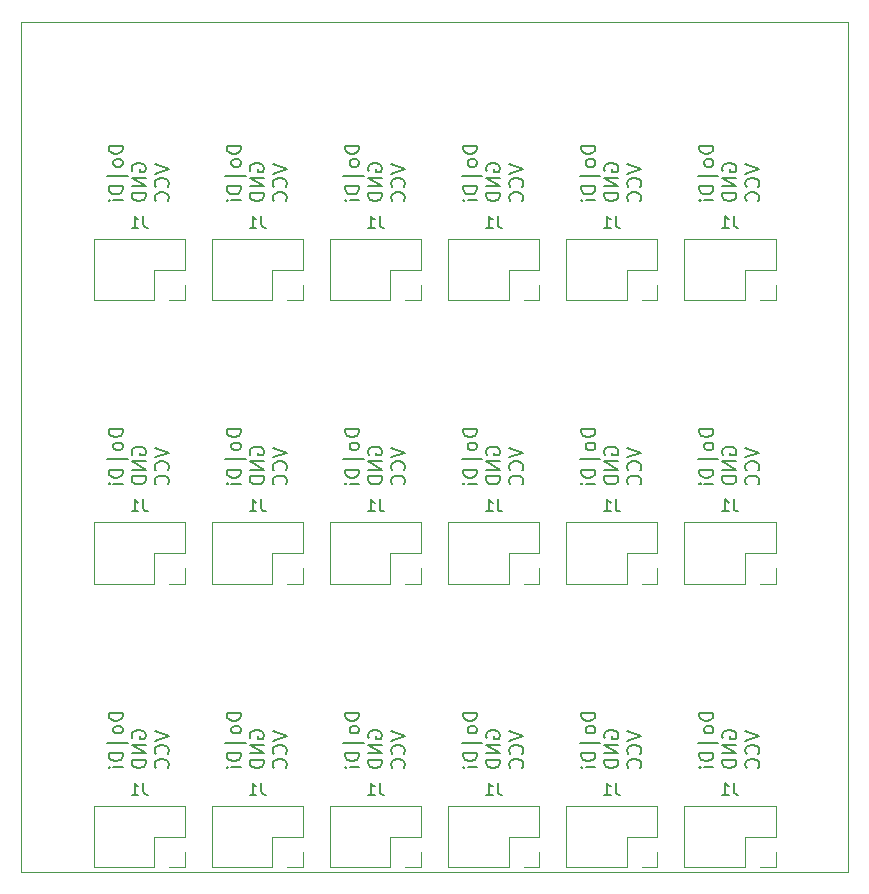
<source format=gbr>
G04 #@! TF.GenerationSoftware,KiCad,Pcbnew,5.1.10-88a1d61d58~90~ubuntu21.04.1*
G04 #@! TF.CreationDate,2021-10-01T11:59:45+02:00*
G04 #@! TF.ProjectId,IndicatorLeds,496e6469-6361-4746-9f72-4c6564732e6b,rev?*
G04 #@! TF.SameCoordinates,Original*
G04 #@! TF.FileFunction,Legend,Bot*
G04 #@! TF.FilePolarity,Positive*
%FSLAX46Y46*%
G04 Gerber Fmt 4.6, Leading zero omitted, Abs format (unit mm)*
G04 Created by KiCad (PCBNEW 5.1.10-88a1d61d58~90~ubuntu21.04.1) date 2021-10-01 11:59:45*
%MOMM*%
%LPD*%
G01*
G04 APERTURE LIST*
G04 #@! TA.AperFunction,Profile*
%ADD10C,0.100000*%
G04 #@! TD*
%ADD11C,0.150000*%
%ADD12C,0.120000*%
G04 APERTURE END LIST*
D10*
X45000000Y-49999000D02*
X110000000Y-49999000D01*
X45000000Y-122001000D02*
X45000000Y-49999000D01*
X115001000Y-122001000D02*
X45000000Y-122001000D01*
X115001000Y-49999000D02*
X115001000Y-122001000D01*
X110000000Y-49999000D02*
X115001000Y-49999000D01*
D11*
X103592883Y-108488225D02*
X102392883Y-108488225D01*
X102392883Y-108773939D01*
X102450026Y-108945368D01*
X102564311Y-109059653D01*
X102678597Y-109116796D01*
X102907168Y-109173939D01*
X103078597Y-109173939D01*
X103307168Y-109116796D01*
X103421454Y-109059653D01*
X103535740Y-108945368D01*
X103592883Y-108773939D01*
X103592883Y-108488225D01*
X103592883Y-109859653D02*
X103535740Y-109745368D01*
X103478597Y-109688225D01*
X103364311Y-109631082D01*
X103021454Y-109631082D01*
X102907168Y-109688225D01*
X102850026Y-109745368D01*
X102792883Y-109859653D01*
X102792883Y-110031082D01*
X102850026Y-110145368D01*
X102907168Y-110202511D01*
X103021454Y-110259653D01*
X103364311Y-110259653D01*
X103478597Y-110202511D01*
X103535740Y-110145368D01*
X103592883Y-110031082D01*
X103592883Y-109859653D01*
X103992883Y-111059653D02*
X102278597Y-111059653D01*
X103592883Y-111916796D02*
X102392883Y-111916796D01*
X102392883Y-112202511D01*
X102450026Y-112373939D01*
X102564311Y-112488225D01*
X102678597Y-112545368D01*
X102907168Y-112602511D01*
X103078597Y-112602511D01*
X103307168Y-112545368D01*
X103421454Y-112488225D01*
X103535740Y-112373939D01*
X103592883Y-112202511D01*
X103592883Y-111916796D01*
X103592883Y-113116796D02*
X102792883Y-113116796D01*
X102392883Y-113116796D02*
X102450026Y-113059653D01*
X102507168Y-113116796D01*
X102450026Y-113173939D01*
X102392883Y-113116796D01*
X102507168Y-113116796D01*
X104400026Y-110659653D02*
X104342883Y-110545368D01*
X104342883Y-110373939D01*
X104400026Y-110202511D01*
X104514311Y-110088225D01*
X104628597Y-110031082D01*
X104857168Y-109973939D01*
X105028597Y-109973939D01*
X105257168Y-110031082D01*
X105371454Y-110088225D01*
X105485740Y-110202511D01*
X105542883Y-110373939D01*
X105542883Y-110488225D01*
X105485740Y-110659653D01*
X105428597Y-110716796D01*
X105028597Y-110716796D01*
X105028597Y-110488225D01*
X105542883Y-111231082D02*
X104342883Y-111231082D01*
X105542883Y-111916796D01*
X104342883Y-111916796D01*
X105542883Y-112488225D02*
X104342883Y-112488225D01*
X104342883Y-112773939D01*
X104400026Y-112945368D01*
X104514311Y-113059653D01*
X104628597Y-113116796D01*
X104857168Y-113173939D01*
X105028597Y-113173939D01*
X105257168Y-113116796D01*
X105371454Y-113059653D01*
X105485740Y-112945368D01*
X105542883Y-112773939D01*
X105542883Y-112488225D01*
X106292883Y-110088225D02*
X107492883Y-110488225D01*
X106292883Y-110888225D01*
X107378597Y-111973939D02*
X107435740Y-111916796D01*
X107492883Y-111745368D01*
X107492883Y-111631082D01*
X107435740Y-111459653D01*
X107321454Y-111345368D01*
X107207168Y-111288225D01*
X106978597Y-111231082D01*
X106807168Y-111231082D01*
X106578597Y-111288225D01*
X106464311Y-111345368D01*
X106350026Y-111459653D01*
X106292883Y-111631082D01*
X106292883Y-111745368D01*
X106350026Y-111916796D01*
X106407168Y-111973939D01*
X107378597Y-113173939D02*
X107435740Y-113116796D01*
X107492883Y-112945368D01*
X107492883Y-112831082D01*
X107435740Y-112659653D01*
X107321454Y-112545368D01*
X107207168Y-112488225D01*
X106978597Y-112431082D01*
X106807168Y-112431082D01*
X106578597Y-112488225D01*
X106464311Y-112545368D01*
X106350026Y-112659653D01*
X106292883Y-112831082D01*
X106292883Y-112945368D01*
X106350026Y-113116796D01*
X106407168Y-113173939D01*
X93592878Y-108488225D02*
X92392878Y-108488225D01*
X92392878Y-108773939D01*
X92450021Y-108945368D01*
X92564306Y-109059653D01*
X92678592Y-109116796D01*
X92907163Y-109173939D01*
X93078592Y-109173939D01*
X93307163Y-109116796D01*
X93421449Y-109059653D01*
X93535735Y-108945368D01*
X93592878Y-108773939D01*
X93592878Y-108488225D01*
X93592878Y-109859653D02*
X93535735Y-109745368D01*
X93478592Y-109688225D01*
X93364306Y-109631082D01*
X93021449Y-109631082D01*
X92907163Y-109688225D01*
X92850021Y-109745368D01*
X92792878Y-109859653D01*
X92792878Y-110031082D01*
X92850021Y-110145368D01*
X92907163Y-110202511D01*
X93021449Y-110259653D01*
X93364306Y-110259653D01*
X93478592Y-110202511D01*
X93535735Y-110145368D01*
X93592878Y-110031082D01*
X93592878Y-109859653D01*
X93992878Y-111059653D02*
X92278592Y-111059653D01*
X93592878Y-111916796D02*
X92392878Y-111916796D01*
X92392878Y-112202511D01*
X92450021Y-112373939D01*
X92564306Y-112488225D01*
X92678592Y-112545368D01*
X92907163Y-112602511D01*
X93078592Y-112602511D01*
X93307163Y-112545368D01*
X93421449Y-112488225D01*
X93535735Y-112373939D01*
X93592878Y-112202511D01*
X93592878Y-111916796D01*
X93592878Y-113116796D02*
X92792878Y-113116796D01*
X92392878Y-113116796D02*
X92450021Y-113059653D01*
X92507163Y-113116796D01*
X92450021Y-113173939D01*
X92392878Y-113116796D01*
X92507163Y-113116796D01*
X94400021Y-110659653D02*
X94342878Y-110545368D01*
X94342878Y-110373939D01*
X94400021Y-110202511D01*
X94514306Y-110088225D01*
X94628592Y-110031082D01*
X94857163Y-109973939D01*
X95028592Y-109973939D01*
X95257163Y-110031082D01*
X95371449Y-110088225D01*
X95485735Y-110202511D01*
X95542878Y-110373939D01*
X95542878Y-110488225D01*
X95485735Y-110659653D01*
X95428592Y-110716796D01*
X95028592Y-110716796D01*
X95028592Y-110488225D01*
X95542878Y-111231082D02*
X94342878Y-111231082D01*
X95542878Y-111916796D01*
X94342878Y-111916796D01*
X95542878Y-112488225D02*
X94342878Y-112488225D01*
X94342878Y-112773939D01*
X94400021Y-112945368D01*
X94514306Y-113059653D01*
X94628592Y-113116796D01*
X94857163Y-113173939D01*
X95028592Y-113173939D01*
X95257163Y-113116796D01*
X95371449Y-113059653D01*
X95485735Y-112945368D01*
X95542878Y-112773939D01*
X95542878Y-112488225D01*
X96292878Y-110088225D02*
X97492878Y-110488225D01*
X96292878Y-110888225D01*
X97378592Y-111973939D02*
X97435735Y-111916796D01*
X97492878Y-111745368D01*
X97492878Y-111631082D01*
X97435735Y-111459653D01*
X97321449Y-111345368D01*
X97207163Y-111288225D01*
X96978592Y-111231082D01*
X96807163Y-111231082D01*
X96578592Y-111288225D01*
X96464306Y-111345368D01*
X96350021Y-111459653D01*
X96292878Y-111631082D01*
X96292878Y-111745368D01*
X96350021Y-111916796D01*
X96407163Y-111973939D01*
X97378592Y-113173939D02*
X97435735Y-113116796D01*
X97492878Y-112945368D01*
X97492878Y-112831082D01*
X97435735Y-112659653D01*
X97321449Y-112545368D01*
X97207163Y-112488225D01*
X96978592Y-112431082D01*
X96807163Y-112431082D01*
X96578592Y-112488225D01*
X96464306Y-112545368D01*
X96350021Y-112659653D01*
X96292878Y-112831082D01*
X96292878Y-112945368D01*
X96350021Y-113116796D01*
X96407163Y-113173939D01*
X83592873Y-108488225D02*
X82392873Y-108488225D01*
X82392873Y-108773939D01*
X82450016Y-108945368D01*
X82564301Y-109059653D01*
X82678587Y-109116796D01*
X82907158Y-109173939D01*
X83078587Y-109173939D01*
X83307158Y-109116796D01*
X83421444Y-109059653D01*
X83535730Y-108945368D01*
X83592873Y-108773939D01*
X83592873Y-108488225D01*
X83592873Y-109859653D02*
X83535730Y-109745368D01*
X83478587Y-109688225D01*
X83364301Y-109631082D01*
X83021444Y-109631082D01*
X82907158Y-109688225D01*
X82850016Y-109745368D01*
X82792873Y-109859653D01*
X82792873Y-110031082D01*
X82850016Y-110145368D01*
X82907158Y-110202511D01*
X83021444Y-110259653D01*
X83364301Y-110259653D01*
X83478587Y-110202511D01*
X83535730Y-110145368D01*
X83592873Y-110031082D01*
X83592873Y-109859653D01*
X83992873Y-111059653D02*
X82278587Y-111059653D01*
X83592873Y-111916796D02*
X82392873Y-111916796D01*
X82392873Y-112202511D01*
X82450016Y-112373939D01*
X82564301Y-112488225D01*
X82678587Y-112545368D01*
X82907158Y-112602511D01*
X83078587Y-112602511D01*
X83307158Y-112545368D01*
X83421444Y-112488225D01*
X83535730Y-112373939D01*
X83592873Y-112202511D01*
X83592873Y-111916796D01*
X83592873Y-113116796D02*
X82792873Y-113116796D01*
X82392873Y-113116796D02*
X82450016Y-113059653D01*
X82507158Y-113116796D01*
X82450016Y-113173939D01*
X82392873Y-113116796D01*
X82507158Y-113116796D01*
X84400016Y-110659653D02*
X84342873Y-110545368D01*
X84342873Y-110373939D01*
X84400016Y-110202511D01*
X84514301Y-110088225D01*
X84628587Y-110031082D01*
X84857158Y-109973939D01*
X85028587Y-109973939D01*
X85257158Y-110031082D01*
X85371444Y-110088225D01*
X85485730Y-110202511D01*
X85542873Y-110373939D01*
X85542873Y-110488225D01*
X85485730Y-110659653D01*
X85428587Y-110716796D01*
X85028587Y-110716796D01*
X85028587Y-110488225D01*
X85542873Y-111231082D02*
X84342873Y-111231082D01*
X85542873Y-111916796D01*
X84342873Y-111916796D01*
X85542873Y-112488225D02*
X84342873Y-112488225D01*
X84342873Y-112773939D01*
X84400016Y-112945368D01*
X84514301Y-113059653D01*
X84628587Y-113116796D01*
X84857158Y-113173939D01*
X85028587Y-113173939D01*
X85257158Y-113116796D01*
X85371444Y-113059653D01*
X85485730Y-112945368D01*
X85542873Y-112773939D01*
X85542873Y-112488225D01*
X86292873Y-110088225D02*
X87492873Y-110488225D01*
X86292873Y-110888225D01*
X87378587Y-111973939D02*
X87435730Y-111916796D01*
X87492873Y-111745368D01*
X87492873Y-111631082D01*
X87435730Y-111459653D01*
X87321444Y-111345368D01*
X87207158Y-111288225D01*
X86978587Y-111231082D01*
X86807158Y-111231082D01*
X86578587Y-111288225D01*
X86464301Y-111345368D01*
X86350016Y-111459653D01*
X86292873Y-111631082D01*
X86292873Y-111745368D01*
X86350016Y-111916796D01*
X86407158Y-111973939D01*
X87378587Y-113173939D02*
X87435730Y-113116796D01*
X87492873Y-112945368D01*
X87492873Y-112831082D01*
X87435730Y-112659653D01*
X87321444Y-112545368D01*
X87207158Y-112488225D01*
X86978587Y-112431082D01*
X86807158Y-112431082D01*
X86578587Y-112488225D01*
X86464301Y-112545368D01*
X86350016Y-112659653D01*
X86292873Y-112831082D01*
X86292873Y-112945368D01*
X86350016Y-113116796D01*
X86407158Y-113173939D01*
X73592868Y-108488225D02*
X72392868Y-108488225D01*
X72392868Y-108773939D01*
X72450011Y-108945368D01*
X72564296Y-109059653D01*
X72678582Y-109116796D01*
X72907153Y-109173939D01*
X73078582Y-109173939D01*
X73307153Y-109116796D01*
X73421439Y-109059653D01*
X73535725Y-108945368D01*
X73592868Y-108773939D01*
X73592868Y-108488225D01*
X73592868Y-109859653D02*
X73535725Y-109745368D01*
X73478582Y-109688225D01*
X73364296Y-109631082D01*
X73021439Y-109631082D01*
X72907153Y-109688225D01*
X72850011Y-109745368D01*
X72792868Y-109859653D01*
X72792868Y-110031082D01*
X72850011Y-110145368D01*
X72907153Y-110202511D01*
X73021439Y-110259653D01*
X73364296Y-110259653D01*
X73478582Y-110202511D01*
X73535725Y-110145368D01*
X73592868Y-110031082D01*
X73592868Y-109859653D01*
X73992868Y-111059653D02*
X72278582Y-111059653D01*
X73592868Y-111916796D02*
X72392868Y-111916796D01*
X72392868Y-112202511D01*
X72450011Y-112373939D01*
X72564296Y-112488225D01*
X72678582Y-112545368D01*
X72907153Y-112602511D01*
X73078582Y-112602511D01*
X73307153Y-112545368D01*
X73421439Y-112488225D01*
X73535725Y-112373939D01*
X73592868Y-112202511D01*
X73592868Y-111916796D01*
X73592868Y-113116796D02*
X72792868Y-113116796D01*
X72392868Y-113116796D02*
X72450011Y-113059653D01*
X72507153Y-113116796D01*
X72450011Y-113173939D01*
X72392868Y-113116796D01*
X72507153Y-113116796D01*
X74400011Y-110659653D02*
X74342868Y-110545368D01*
X74342868Y-110373939D01*
X74400011Y-110202511D01*
X74514296Y-110088225D01*
X74628582Y-110031082D01*
X74857153Y-109973939D01*
X75028582Y-109973939D01*
X75257153Y-110031082D01*
X75371439Y-110088225D01*
X75485725Y-110202511D01*
X75542868Y-110373939D01*
X75542868Y-110488225D01*
X75485725Y-110659653D01*
X75428582Y-110716796D01*
X75028582Y-110716796D01*
X75028582Y-110488225D01*
X75542868Y-111231082D02*
X74342868Y-111231082D01*
X75542868Y-111916796D01*
X74342868Y-111916796D01*
X75542868Y-112488225D02*
X74342868Y-112488225D01*
X74342868Y-112773939D01*
X74400011Y-112945368D01*
X74514296Y-113059653D01*
X74628582Y-113116796D01*
X74857153Y-113173939D01*
X75028582Y-113173939D01*
X75257153Y-113116796D01*
X75371439Y-113059653D01*
X75485725Y-112945368D01*
X75542868Y-112773939D01*
X75542868Y-112488225D01*
X76292868Y-110088225D02*
X77492868Y-110488225D01*
X76292868Y-110888225D01*
X77378582Y-111973939D02*
X77435725Y-111916796D01*
X77492868Y-111745368D01*
X77492868Y-111631082D01*
X77435725Y-111459653D01*
X77321439Y-111345368D01*
X77207153Y-111288225D01*
X76978582Y-111231082D01*
X76807153Y-111231082D01*
X76578582Y-111288225D01*
X76464296Y-111345368D01*
X76350011Y-111459653D01*
X76292868Y-111631082D01*
X76292868Y-111745368D01*
X76350011Y-111916796D01*
X76407153Y-111973939D01*
X77378582Y-113173939D02*
X77435725Y-113116796D01*
X77492868Y-112945368D01*
X77492868Y-112831082D01*
X77435725Y-112659653D01*
X77321439Y-112545368D01*
X77207153Y-112488225D01*
X76978582Y-112431082D01*
X76807153Y-112431082D01*
X76578582Y-112488225D01*
X76464296Y-112545368D01*
X76350011Y-112659653D01*
X76292868Y-112831082D01*
X76292868Y-112945368D01*
X76350011Y-113116796D01*
X76407153Y-113173939D01*
X63592863Y-108488225D02*
X62392863Y-108488225D01*
X62392863Y-108773939D01*
X62450006Y-108945368D01*
X62564291Y-109059653D01*
X62678577Y-109116796D01*
X62907148Y-109173939D01*
X63078577Y-109173939D01*
X63307148Y-109116796D01*
X63421434Y-109059653D01*
X63535720Y-108945368D01*
X63592863Y-108773939D01*
X63592863Y-108488225D01*
X63592863Y-109859653D02*
X63535720Y-109745368D01*
X63478577Y-109688225D01*
X63364291Y-109631082D01*
X63021434Y-109631082D01*
X62907148Y-109688225D01*
X62850006Y-109745368D01*
X62792863Y-109859653D01*
X62792863Y-110031082D01*
X62850006Y-110145368D01*
X62907148Y-110202511D01*
X63021434Y-110259653D01*
X63364291Y-110259653D01*
X63478577Y-110202511D01*
X63535720Y-110145368D01*
X63592863Y-110031082D01*
X63592863Y-109859653D01*
X63992863Y-111059653D02*
X62278577Y-111059653D01*
X63592863Y-111916796D02*
X62392863Y-111916796D01*
X62392863Y-112202511D01*
X62450006Y-112373939D01*
X62564291Y-112488225D01*
X62678577Y-112545368D01*
X62907148Y-112602511D01*
X63078577Y-112602511D01*
X63307148Y-112545368D01*
X63421434Y-112488225D01*
X63535720Y-112373939D01*
X63592863Y-112202511D01*
X63592863Y-111916796D01*
X63592863Y-113116796D02*
X62792863Y-113116796D01*
X62392863Y-113116796D02*
X62450006Y-113059653D01*
X62507148Y-113116796D01*
X62450006Y-113173939D01*
X62392863Y-113116796D01*
X62507148Y-113116796D01*
X64400006Y-110659653D02*
X64342863Y-110545368D01*
X64342863Y-110373939D01*
X64400006Y-110202511D01*
X64514291Y-110088225D01*
X64628577Y-110031082D01*
X64857148Y-109973939D01*
X65028577Y-109973939D01*
X65257148Y-110031082D01*
X65371434Y-110088225D01*
X65485720Y-110202511D01*
X65542863Y-110373939D01*
X65542863Y-110488225D01*
X65485720Y-110659653D01*
X65428577Y-110716796D01*
X65028577Y-110716796D01*
X65028577Y-110488225D01*
X65542863Y-111231082D02*
X64342863Y-111231082D01*
X65542863Y-111916796D01*
X64342863Y-111916796D01*
X65542863Y-112488225D02*
X64342863Y-112488225D01*
X64342863Y-112773939D01*
X64400006Y-112945368D01*
X64514291Y-113059653D01*
X64628577Y-113116796D01*
X64857148Y-113173939D01*
X65028577Y-113173939D01*
X65257148Y-113116796D01*
X65371434Y-113059653D01*
X65485720Y-112945368D01*
X65542863Y-112773939D01*
X65542863Y-112488225D01*
X66292863Y-110088225D02*
X67492863Y-110488225D01*
X66292863Y-110888225D01*
X67378577Y-111973939D02*
X67435720Y-111916796D01*
X67492863Y-111745368D01*
X67492863Y-111631082D01*
X67435720Y-111459653D01*
X67321434Y-111345368D01*
X67207148Y-111288225D01*
X66978577Y-111231082D01*
X66807148Y-111231082D01*
X66578577Y-111288225D01*
X66464291Y-111345368D01*
X66350006Y-111459653D01*
X66292863Y-111631082D01*
X66292863Y-111745368D01*
X66350006Y-111916796D01*
X66407148Y-111973939D01*
X67378577Y-113173939D02*
X67435720Y-113116796D01*
X67492863Y-112945368D01*
X67492863Y-112831082D01*
X67435720Y-112659653D01*
X67321434Y-112545368D01*
X67207148Y-112488225D01*
X66978577Y-112431082D01*
X66807148Y-112431082D01*
X66578577Y-112488225D01*
X66464291Y-112545368D01*
X66350006Y-112659653D01*
X66292863Y-112831082D01*
X66292863Y-112945368D01*
X66350006Y-113116796D01*
X66407148Y-113173939D01*
X53592858Y-108488225D02*
X52392858Y-108488225D01*
X52392858Y-108773939D01*
X52450001Y-108945368D01*
X52564286Y-109059653D01*
X52678572Y-109116796D01*
X52907143Y-109173939D01*
X53078572Y-109173939D01*
X53307143Y-109116796D01*
X53421429Y-109059653D01*
X53535715Y-108945368D01*
X53592858Y-108773939D01*
X53592858Y-108488225D01*
X53592858Y-109859653D02*
X53535715Y-109745368D01*
X53478572Y-109688225D01*
X53364286Y-109631082D01*
X53021429Y-109631082D01*
X52907143Y-109688225D01*
X52850001Y-109745368D01*
X52792858Y-109859653D01*
X52792858Y-110031082D01*
X52850001Y-110145368D01*
X52907143Y-110202511D01*
X53021429Y-110259653D01*
X53364286Y-110259653D01*
X53478572Y-110202511D01*
X53535715Y-110145368D01*
X53592858Y-110031082D01*
X53592858Y-109859653D01*
X53992858Y-111059653D02*
X52278572Y-111059653D01*
X53592858Y-111916796D02*
X52392858Y-111916796D01*
X52392858Y-112202511D01*
X52450001Y-112373939D01*
X52564286Y-112488225D01*
X52678572Y-112545368D01*
X52907143Y-112602511D01*
X53078572Y-112602511D01*
X53307143Y-112545368D01*
X53421429Y-112488225D01*
X53535715Y-112373939D01*
X53592858Y-112202511D01*
X53592858Y-111916796D01*
X53592858Y-113116796D02*
X52792858Y-113116796D01*
X52392858Y-113116796D02*
X52450001Y-113059653D01*
X52507143Y-113116796D01*
X52450001Y-113173939D01*
X52392858Y-113116796D01*
X52507143Y-113116796D01*
X54400001Y-110659653D02*
X54342858Y-110545368D01*
X54342858Y-110373939D01*
X54400001Y-110202511D01*
X54514286Y-110088225D01*
X54628572Y-110031082D01*
X54857143Y-109973939D01*
X55028572Y-109973939D01*
X55257143Y-110031082D01*
X55371429Y-110088225D01*
X55485715Y-110202511D01*
X55542858Y-110373939D01*
X55542858Y-110488225D01*
X55485715Y-110659653D01*
X55428572Y-110716796D01*
X55028572Y-110716796D01*
X55028572Y-110488225D01*
X55542858Y-111231082D02*
X54342858Y-111231082D01*
X55542858Y-111916796D01*
X54342858Y-111916796D01*
X55542858Y-112488225D02*
X54342858Y-112488225D01*
X54342858Y-112773939D01*
X54400001Y-112945368D01*
X54514286Y-113059653D01*
X54628572Y-113116796D01*
X54857143Y-113173939D01*
X55028572Y-113173939D01*
X55257143Y-113116796D01*
X55371429Y-113059653D01*
X55485715Y-112945368D01*
X55542858Y-112773939D01*
X55542858Y-112488225D01*
X56292858Y-110088225D02*
X57492858Y-110488225D01*
X56292858Y-110888225D01*
X57378572Y-111973939D02*
X57435715Y-111916796D01*
X57492858Y-111745368D01*
X57492858Y-111631082D01*
X57435715Y-111459653D01*
X57321429Y-111345368D01*
X57207143Y-111288225D01*
X56978572Y-111231082D01*
X56807143Y-111231082D01*
X56578572Y-111288225D01*
X56464286Y-111345368D01*
X56350001Y-111459653D01*
X56292858Y-111631082D01*
X56292858Y-111745368D01*
X56350001Y-111916796D01*
X56407143Y-111973939D01*
X57378572Y-113173939D02*
X57435715Y-113116796D01*
X57492858Y-112945368D01*
X57492858Y-112831082D01*
X57435715Y-112659653D01*
X57321429Y-112545368D01*
X57207143Y-112488225D01*
X56978572Y-112431082D01*
X56807143Y-112431082D01*
X56578572Y-112488225D01*
X56464286Y-112545368D01*
X56350001Y-112659653D01*
X56292858Y-112831082D01*
X56292858Y-112945368D01*
X56350001Y-113116796D01*
X56407143Y-113173939D01*
X103592883Y-84488220D02*
X102392883Y-84488220D01*
X102392883Y-84773934D01*
X102450026Y-84945363D01*
X102564311Y-85059648D01*
X102678597Y-85116791D01*
X102907168Y-85173934D01*
X103078597Y-85173934D01*
X103307168Y-85116791D01*
X103421454Y-85059648D01*
X103535740Y-84945363D01*
X103592883Y-84773934D01*
X103592883Y-84488220D01*
X103592883Y-85859648D02*
X103535740Y-85745363D01*
X103478597Y-85688220D01*
X103364311Y-85631077D01*
X103021454Y-85631077D01*
X102907168Y-85688220D01*
X102850026Y-85745363D01*
X102792883Y-85859648D01*
X102792883Y-86031077D01*
X102850026Y-86145363D01*
X102907168Y-86202506D01*
X103021454Y-86259648D01*
X103364311Y-86259648D01*
X103478597Y-86202506D01*
X103535740Y-86145363D01*
X103592883Y-86031077D01*
X103592883Y-85859648D01*
X103992883Y-87059648D02*
X102278597Y-87059648D01*
X103592883Y-87916791D02*
X102392883Y-87916791D01*
X102392883Y-88202506D01*
X102450026Y-88373934D01*
X102564311Y-88488220D01*
X102678597Y-88545363D01*
X102907168Y-88602506D01*
X103078597Y-88602506D01*
X103307168Y-88545363D01*
X103421454Y-88488220D01*
X103535740Y-88373934D01*
X103592883Y-88202506D01*
X103592883Y-87916791D01*
X103592883Y-89116791D02*
X102792883Y-89116791D01*
X102392883Y-89116791D02*
X102450026Y-89059648D01*
X102507168Y-89116791D01*
X102450026Y-89173934D01*
X102392883Y-89116791D01*
X102507168Y-89116791D01*
X104400026Y-86659648D02*
X104342883Y-86545363D01*
X104342883Y-86373934D01*
X104400026Y-86202506D01*
X104514311Y-86088220D01*
X104628597Y-86031077D01*
X104857168Y-85973934D01*
X105028597Y-85973934D01*
X105257168Y-86031077D01*
X105371454Y-86088220D01*
X105485740Y-86202506D01*
X105542883Y-86373934D01*
X105542883Y-86488220D01*
X105485740Y-86659648D01*
X105428597Y-86716791D01*
X105028597Y-86716791D01*
X105028597Y-86488220D01*
X105542883Y-87231077D02*
X104342883Y-87231077D01*
X105542883Y-87916791D01*
X104342883Y-87916791D01*
X105542883Y-88488220D02*
X104342883Y-88488220D01*
X104342883Y-88773934D01*
X104400026Y-88945363D01*
X104514311Y-89059648D01*
X104628597Y-89116791D01*
X104857168Y-89173934D01*
X105028597Y-89173934D01*
X105257168Y-89116791D01*
X105371454Y-89059648D01*
X105485740Y-88945363D01*
X105542883Y-88773934D01*
X105542883Y-88488220D01*
X106292883Y-86088220D02*
X107492883Y-86488220D01*
X106292883Y-86888220D01*
X107378597Y-87973934D02*
X107435740Y-87916791D01*
X107492883Y-87745363D01*
X107492883Y-87631077D01*
X107435740Y-87459648D01*
X107321454Y-87345363D01*
X107207168Y-87288220D01*
X106978597Y-87231077D01*
X106807168Y-87231077D01*
X106578597Y-87288220D01*
X106464311Y-87345363D01*
X106350026Y-87459648D01*
X106292883Y-87631077D01*
X106292883Y-87745363D01*
X106350026Y-87916791D01*
X106407168Y-87973934D01*
X107378597Y-89173934D02*
X107435740Y-89116791D01*
X107492883Y-88945363D01*
X107492883Y-88831077D01*
X107435740Y-88659648D01*
X107321454Y-88545363D01*
X107207168Y-88488220D01*
X106978597Y-88431077D01*
X106807168Y-88431077D01*
X106578597Y-88488220D01*
X106464311Y-88545363D01*
X106350026Y-88659648D01*
X106292883Y-88831077D01*
X106292883Y-88945363D01*
X106350026Y-89116791D01*
X106407168Y-89173934D01*
X93592878Y-84488220D02*
X92392878Y-84488220D01*
X92392878Y-84773934D01*
X92450021Y-84945363D01*
X92564306Y-85059648D01*
X92678592Y-85116791D01*
X92907163Y-85173934D01*
X93078592Y-85173934D01*
X93307163Y-85116791D01*
X93421449Y-85059648D01*
X93535735Y-84945363D01*
X93592878Y-84773934D01*
X93592878Y-84488220D01*
X93592878Y-85859648D02*
X93535735Y-85745363D01*
X93478592Y-85688220D01*
X93364306Y-85631077D01*
X93021449Y-85631077D01*
X92907163Y-85688220D01*
X92850021Y-85745363D01*
X92792878Y-85859648D01*
X92792878Y-86031077D01*
X92850021Y-86145363D01*
X92907163Y-86202506D01*
X93021449Y-86259648D01*
X93364306Y-86259648D01*
X93478592Y-86202506D01*
X93535735Y-86145363D01*
X93592878Y-86031077D01*
X93592878Y-85859648D01*
X93992878Y-87059648D02*
X92278592Y-87059648D01*
X93592878Y-87916791D02*
X92392878Y-87916791D01*
X92392878Y-88202506D01*
X92450021Y-88373934D01*
X92564306Y-88488220D01*
X92678592Y-88545363D01*
X92907163Y-88602506D01*
X93078592Y-88602506D01*
X93307163Y-88545363D01*
X93421449Y-88488220D01*
X93535735Y-88373934D01*
X93592878Y-88202506D01*
X93592878Y-87916791D01*
X93592878Y-89116791D02*
X92792878Y-89116791D01*
X92392878Y-89116791D02*
X92450021Y-89059648D01*
X92507163Y-89116791D01*
X92450021Y-89173934D01*
X92392878Y-89116791D01*
X92507163Y-89116791D01*
X94400021Y-86659648D02*
X94342878Y-86545363D01*
X94342878Y-86373934D01*
X94400021Y-86202506D01*
X94514306Y-86088220D01*
X94628592Y-86031077D01*
X94857163Y-85973934D01*
X95028592Y-85973934D01*
X95257163Y-86031077D01*
X95371449Y-86088220D01*
X95485735Y-86202506D01*
X95542878Y-86373934D01*
X95542878Y-86488220D01*
X95485735Y-86659648D01*
X95428592Y-86716791D01*
X95028592Y-86716791D01*
X95028592Y-86488220D01*
X95542878Y-87231077D02*
X94342878Y-87231077D01*
X95542878Y-87916791D01*
X94342878Y-87916791D01*
X95542878Y-88488220D02*
X94342878Y-88488220D01*
X94342878Y-88773934D01*
X94400021Y-88945363D01*
X94514306Y-89059648D01*
X94628592Y-89116791D01*
X94857163Y-89173934D01*
X95028592Y-89173934D01*
X95257163Y-89116791D01*
X95371449Y-89059648D01*
X95485735Y-88945363D01*
X95542878Y-88773934D01*
X95542878Y-88488220D01*
X96292878Y-86088220D02*
X97492878Y-86488220D01*
X96292878Y-86888220D01*
X97378592Y-87973934D02*
X97435735Y-87916791D01*
X97492878Y-87745363D01*
X97492878Y-87631077D01*
X97435735Y-87459648D01*
X97321449Y-87345363D01*
X97207163Y-87288220D01*
X96978592Y-87231077D01*
X96807163Y-87231077D01*
X96578592Y-87288220D01*
X96464306Y-87345363D01*
X96350021Y-87459648D01*
X96292878Y-87631077D01*
X96292878Y-87745363D01*
X96350021Y-87916791D01*
X96407163Y-87973934D01*
X97378592Y-89173934D02*
X97435735Y-89116791D01*
X97492878Y-88945363D01*
X97492878Y-88831077D01*
X97435735Y-88659648D01*
X97321449Y-88545363D01*
X97207163Y-88488220D01*
X96978592Y-88431077D01*
X96807163Y-88431077D01*
X96578592Y-88488220D01*
X96464306Y-88545363D01*
X96350021Y-88659648D01*
X96292878Y-88831077D01*
X96292878Y-88945363D01*
X96350021Y-89116791D01*
X96407163Y-89173934D01*
X83592873Y-84488220D02*
X82392873Y-84488220D01*
X82392873Y-84773934D01*
X82450016Y-84945363D01*
X82564301Y-85059648D01*
X82678587Y-85116791D01*
X82907158Y-85173934D01*
X83078587Y-85173934D01*
X83307158Y-85116791D01*
X83421444Y-85059648D01*
X83535730Y-84945363D01*
X83592873Y-84773934D01*
X83592873Y-84488220D01*
X83592873Y-85859648D02*
X83535730Y-85745363D01*
X83478587Y-85688220D01*
X83364301Y-85631077D01*
X83021444Y-85631077D01*
X82907158Y-85688220D01*
X82850016Y-85745363D01*
X82792873Y-85859648D01*
X82792873Y-86031077D01*
X82850016Y-86145363D01*
X82907158Y-86202506D01*
X83021444Y-86259648D01*
X83364301Y-86259648D01*
X83478587Y-86202506D01*
X83535730Y-86145363D01*
X83592873Y-86031077D01*
X83592873Y-85859648D01*
X83992873Y-87059648D02*
X82278587Y-87059648D01*
X83592873Y-87916791D02*
X82392873Y-87916791D01*
X82392873Y-88202506D01*
X82450016Y-88373934D01*
X82564301Y-88488220D01*
X82678587Y-88545363D01*
X82907158Y-88602506D01*
X83078587Y-88602506D01*
X83307158Y-88545363D01*
X83421444Y-88488220D01*
X83535730Y-88373934D01*
X83592873Y-88202506D01*
X83592873Y-87916791D01*
X83592873Y-89116791D02*
X82792873Y-89116791D01*
X82392873Y-89116791D02*
X82450016Y-89059648D01*
X82507158Y-89116791D01*
X82450016Y-89173934D01*
X82392873Y-89116791D01*
X82507158Y-89116791D01*
X84400016Y-86659648D02*
X84342873Y-86545363D01*
X84342873Y-86373934D01*
X84400016Y-86202506D01*
X84514301Y-86088220D01*
X84628587Y-86031077D01*
X84857158Y-85973934D01*
X85028587Y-85973934D01*
X85257158Y-86031077D01*
X85371444Y-86088220D01*
X85485730Y-86202506D01*
X85542873Y-86373934D01*
X85542873Y-86488220D01*
X85485730Y-86659648D01*
X85428587Y-86716791D01*
X85028587Y-86716791D01*
X85028587Y-86488220D01*
X85542873Y-87231077D02*
X84342873Y-87231077D01*
X85542873Y-87916791D01*
X84342873Y-87916791D01*
X85542873Y-88488220D02*
X84342873Y-88488220D01*
X84342873Y-88773934D01*
X84400016Y-88945363D01*
X84514301Y-89059648D01*
X84628587Y-89116791D01*
X84857158Y-89173934D01*
X85028587Y-89173934D01*
X85257158Y-89116791D01*
X85371444Y-89059648D01*
X85485730Y-88945363D01*
X85542873Y-88773934D01*
X85542873Y-88488220D01*
X86292873Y-86088220D02*
X87492873Y-86488220D01*
X86292873Y-86888220D01*
X87378587Y-87973934D02*
X87435730Y-87916791D01*
X87492873Y-87745363D01*
X87492873Y-87631077D01*
X87435730Y-87459648D01*
X87321444Y-87345363D01*
X87207158Y-87288220D01*
X86978587Y-87231077D01*
X86807158Y-87231077D01*
X86578587Y-87288220D01*
X86464301Y-87345363D01*
X86350016Y-87459648D01*
X86292873Y-87631077D01*
X86292873Y-87745363D01*
X86350016Y-87916791D01*
X86407158Y-87973934D01*
X87378587Y-89173934D02*
X87435730Y-89116791D01*
X87492873Y-88945363D01*
X87492873Y-88831077D01*
X87435730Y-88659648D01*
X87321444Y-88545363D01*
X87207158Y-88488220D01*
X86978587Y-88431077D01*
X86807158Y-88431077D01*
X86578587Y-88488220D01*
X86464301Y-88545363D01*
X86350016Y-88659648D01*
X86292873Y-88831077D01*
X86292873Y-88945363D01*
X86350016Y-89116791D01*
X86407158Y-89173934D01*
X73592868Y-84488220D02*
X72392868Y-84488220D01*
X72392868Y-84773934D01*
X72450011Y-84945363D01*
X72564296Y-85059648D01*
X72678582Y-85116791D01*
X72907153Y-85173934D01*
X73078582Y-85173934D01*
X73307153Y-85116791D01*
X73421439Y-85059648D01*
X73535725Y-84945363D01*
X73592868Y-84773934D01*
X73592868Y-84488220D01*
X73592868Y-85859648D02*
X73535725Y-85745363D01*
X73478582Y-85688220D01*
X73364296Y-85631077D01*
X73021439Y-85631077D01*
X72907153Y-85688220D01*
X72850011Y-85745363D01*
X72792868Y-85859648D01*
X72792868Y-86031077D01*
X72850011Y-86145363D01*
X72907153Y-86202506D01*
X73021439Y-86259648D01*
X73364296Y-86259648D01*
X73478582Y-86202506D01*
X73535725Y-86145363D01*
X73592868Y-86031077D01*
X73592868Y-85859648D01*
X73992868Y-87059648D02*
X72278582Y-87059648D01*
X73592868Y-87916791D02*
X72392868Y-87916791D01*
X72392868Y-88202506D01*
X72450011Y-88373934D01*
X72564296Y-88488220D01*
X72678582Y-88545363D01*
X72907153Y-88602506D01*
X73078582Y-88602506D01*
X73307153Y-88545363D01*
X73421439Y-88488220D01*
X73535725Y-88373934D01*
X73592868Y-88202506D01*
X73592868Y-87916791D01*
X73592868Y-89116791D02*
X72792868Y-89116791D01*
X72392868Y-89116791D02*
X72450011Y-89059648D01*
X72507153Y-89116791D01*
X72450011Y-89173934D01*
X72392868Y-89116791D01*
X72507153Y-89116791D01*
X74400011Y-86659648D02*
X74342868Y-86545363D01*
X74342868Y-86373934D01*
X74400011Y-86202506D01*
X74514296Y-86088220D01*
X74628582Y-86031077D01*
X74857153Y-85973934D01*
X75028582Y-85973934D01*
X75257153Y-86031077D01*
X75371439Y-86088220D01*
X75485725Y-86202506D01*
X75542868Y-86373934D01*
X75542868Y-86488220D01*
X75485725Y-86659648D01*
X75428582Y-86716791D01*
X75028582Y-86716791D01*
X75028582Y-86488220D01*
X75542868Y-87231077D02*
X74342868Y-87231077D01*
X75542868Y-87916791D01*
X74342868Y-87916791D01*
X75542868Y-88488220D02*
X74342868Y-88488220D01*
X74342868Y-88773934D01*
X74400011Y-88945363D01*
X74514296Y-89059648D01*
X74628582Y-89116791D01*
X74857153Y-89173934D01*
X75028582Y-89173934D01*
X75257153Y-89116791D01*
X75371439Y-89059648D01*
X75485725Y-88945363D01*
X75542868Y-88773934D01*
X75542868Y-88488220D01*
X76292868Y-86088220D02*
X77492868Y-86488220D01*
X76292868Y-86888220D01*
X77378582Y-87973934D02*
X77435725Y-87916791D01*
X77492868Y-87745363D01*
X77492868Y-87631077D01*
X77435725Y-87459648D01*
X77321439Y-87345363D01*
X77207153Y-87288220D01*
X76978582Y-87231077D01*
X76807153Y-87231077D01*
X76578582Y-87288220D01*
X76464296Y-87345363D01*
X76350011Y-87459648D01*
X76292868Y-87631077D01*
X76292868Y-87745363D01*
X76350011Y-87916791D01*
X76407153Y-87973934D01*
X77378582Y-89173934D02*
X77435725Y-89116791D01*
X77492868Y-88945363D01*
X77492868Y-88831077D01*
X77435725Y-88659648D01*
X77321439Y-88545363D01*
X77207153Y-88488220D01*
X76978582Y-88431077D01*
X76807153Y-88431077D01*
X76578582Y-88488220D01*
X76464296Y-88545363D01*
X76350011Y-88659648D01*
X76292868Y-88831077D01*
X76292868Y-88945363D01*
X76350011Y-89116791D01*
X76407153Y-89173934D01*
X63592863Y-84488220D02*
X62392863Y-84488220D01*
X62392863Y-84773934D01*
X62450006Y-84945363D01*
X62564291Y-85059648D01*
X62678577Y-85116791D01*
X62907148Y-85173934D01*
X63078577Y-85173934D01*
X63307148Y-85116791D01*
X63421434Y-85059648D01*
X63535720Y-84945363D01*
X63592863Y-84773934D01*
X63592863Y-84488220D01*
X63592863Y-85859648D02*
X63535720Y-85745363D01*
X63478577Y-85688220D01*
X63364291Y-85631077D01*
X63021434Y-85631077D01*
X62907148Y-85688220D01*
X62850006Y-85745363D01*
X62792863Y-85859648D01*
X62792863Y-86031077D01*
X62850006Y-86145363D01*
X62907148Y-86202506D01*
X63021434Y-86259648D01*
X63364291Y-86259648D01*
X63478577Y-86202506D01*
X63535720Y-86145363D01*
X63592863Y-86031077D01*
X63592863Y-85859648D01*
X63992863Y-87059648D02*
X62278577Y-87059648D01*
X63592863Y-87916791D02*
X62392863Y-87916791D01*
X62392863Y-88202506D01*
X62450006Y-88373934D01*
X62564291Y-88488220D01*
X62678577Y-88545363D01*
X62907148Y-88602506D01*
X63078577Y-88602506D01*
X63307148Y-88545363D01*
X63421434Y-88488220D01*
X63535720Y-88373934D01*
X63592863Y-88202506D01*
X63592863Y-87916791D01*
X63592863Y-89116791D02*
X62792863Y-89116791D01*
X62392863Y-89116791D02*
X62450006Y-89059648D01*
X62507148Y-89116791D01*
X62450006Y-89173934D01*
X62392863Y-89116791D01*
X62507148Y-89116791D01*
X64400006Y-86659648D02*
X64342863Y-86545363D01*
X64342863Y-86373934D01*
X64400006Y-86202506D01*
X64514291Y-86088220D01*
X64628577Y-86031077D01*
X64857148Y-85973934D01*
X65028577Y-85973934D01*
X65257148Y-86031077D01*
X65371434Y-86088220D01*
X65485720Y-86202506D01*
X65542863Y-86373934D01*
X65542863Y-86488220D01*
X65485720Y-86659648D01*
X65428577Y-86716791D01*
X65028577Y-86716791D01*
X65028577Y-86488220D01*
X65542863Y-87231077D02*
X64342863Y-87231077D01*
X65542863Y-87916791D01*
X64342863Y-87916791D01*
X65542863Y-88488220D02*
X64342863Y-88488220D01*
X64342863Y-88773934D01*
X64400006Y-88945363D01*
X64514291Y-89059648D01*
X64628577Y-89116791D01*
X64857148Y-89173934D01*
X65028577Y-89173934D01*
X65257148Y-89116791D01*
X65371434Y-89059648D01*
X65485720Y-88945363D01*
X65542863Y-88773934D01*
X65542863Y-88488220D01*
X66292863Y-86088220D02*
X67492863Y-86488220D01*
X66292863Y-86888220D01*
X67378577Y-87973934D02*
X67435720Y-87916791D01*
X67492863Y-87745363D01*
X67492863Y-87631077D01*
X67435720Y-87459648D01*
X67321434Y-87345363D01*
X67207148Y-87288220D01*
X66978577Y-87231077D01*
X66807148Y-87231077D01*
X66578577Y-87288220D01*
X66464291Y-87345363D01*
X66350006Y-87459648D01*
X66292863Y-87631077D01*
X66292863Y-87745363D01*
X66350006Y-87916791D01*
X66407148Y-87973934D01*
X67378577Y-89173934D02*
X67435720Y-89116791D01*
X67492863Y-88945363D01*
X67492863Y-88831077D01*
X67435720Y-88659648D01*
X67321434Y-88545363D01*
X67207148Y-88488220D01*
X66978577Y-88431077D01*
X66807148Y-88431077D01*
X66578577Y-88488220D01*
X66464291Y-88545363D01*
X66350006Y-88659648D01*
X66292863Y-88831077D01*
X66292863Y-88945363D01*
X66350006Y-89116791D01*
X66407148Y-89173934D01*
X53592858Y-84488220D02*
X52392858Y-84488220D01*
X52392858Y-84773934D01*
X52450001Y-84945363D01*
X52564286Y-85059648D01*
X52678572Y-85116791D01*
X52907143Y-85173934D01*
X53078572Y-85173934D01*
X53307143Y-85116791D01*
X53421429Y-85059648D01*
X53535715Y-84945363D01*
X53592858Y-84773934D01*
X53592858Y-84488220D01*
X53592858Y-85859648D02*
X53535715Y-85745363D01*
X53478572Y-85688220D01*
X53364286Y-85631077D01*
X53021429Y-85631077D01*
X52907143Y-85688220D01*
X52850001Y-85745363D01*
X52792858Y-85859648D01*
X52792858Y-86031077D01*
X52850001Y-86145363D01*
X52907143Y-86202506D01*
X53021429Y-86259648D01*
X53364286Y-86259648D01*
X53478572Y-86202506D01*
X53535715Y-86145363D01*
X53592858Y-86031077D01*
X53592858Y-85859648D01*
X53992858Y-87059648D02*
X52278572Y-87059648D01*
X53592858Y-87916791D02*
X52392858Y-87916791D01*
X52392858Y-88202506D01*
X52450001Y-88373934D01*
X52564286Y-88488220D01*
X52678572Y-88545363D01*
X52907143Y-88602506D01*
X53078572Y-88602506D01*
X53307143Y-88545363D01*
X53421429Y-88488220D01*
X53535715Y-88373934D01*
X53592858Y-88202506D01*
X53592858Y-87916791D01*
X53592858Y-89116791D02*
X52792858Y-89116791D01*
X52392858Y-89116791D02*
X52450001Y-89059648D01*
X52507143Y-89116791D01*
X52450001Y-89173934D01*
X52392858Y-89116791D01*
X52507143Y-89116791D01*
X54400001Y-86659648D02*
X54342858Y-86545363D01*
X54342858Y-86373934D01*
X54400001Y-86202506D01*
X54514286Y-86088220D01*
X54628572Y-86031077D01*
X54857143Y-85973934D01*
X55028572Y-85973934D01*
X55257143Y-86031077D01*
X55371429Y-86088220D01*
X55485715Y-86202506D01*
X55542858Y-86373934D01*
X55542858Y-86488220D01*
X55485715Y-86659648D01*
X55428572Y-86716791D01*
X55028572Y-86716791D01*
X55028572Y-86488220D01*
X55542858Y-87231077D02*
X54342858Y-87231077D01*
X55542858Y-87916791D01*
X54342858Y-87916791D01*
X55542858Y-88488220D02*
X54342858Y-88488220D01*
X54342858Y-88773934D01*
X54400001Y-88945363D01*
X54514286Y-89059648D01*
X54628572Y-89116791D01*
X54857143Y-89173934D01*
X55028572Y-89173934D01*
X55257143Y-89116791D01*
X55371429Y-89059648D01*
X55485715Y-88945363D01*
X55542858Y-88773934D01*
X55542858Y-88488220D01*
X56292858Y-86088220D02*
X57492858Y-86488220D01*
X56292858Y-86888220D01*
X57378572Y-87973934D02*
X57435715Y-87916791D01*
X57492858Y-87745363D01*
X57492858Y-87631077D01*
X57435715Y-87459648D01*
X57321429Y-87345363D01*
X57207143Y-87288220D01*
X56978572Y-87231077D01*
X56807143Y-87231077D01*
X56578572Y-87288220D01*
X56464286Y-87345363D01*
X56350001Y-87459648D01*
X56292858Y-87631077D01*
X56292858Y-87745363D01*
X56350001Y-87916791D01*
X56407143Y-87973934D01*
X57378572Y-89173934D02*
X57435715Y-89116791D01*
X57492858Y-88945363D01*
X57492858Y-88831077D01*
X57435715Y-88659648D01*
X57321429Y-88545363D01*
X57207143Y-88488220D01*
X56978572Y-88431077D01*
X56807143Y-88431077D01*
X56578572Y-88488220D01*
X56464286Y-88545363D01*
X56350001Y-88659648D01*
X56292858Y-88831077D01*
X56292858Y-88945363D01*
X56350001Y-89116791D01*
X56407143Y-89173934D01*
X103592883Y-60488215D02*
X102392883Y-60488215D01*
X102392883Y-60773929D01*
X102450026Y-60945358D01*
X102564311Y-61059643D01*
X102678597Y-61116786D01*
X102907168Y-61173929D01*
X103078597Y-61173929D01*
X103307168Y-61116786D01*
X103421454Y-61059643D01*
X103535740Y-60945358D01*
X103592883Y-60773929D01*
X103592883Y-60488215D01*
X103592883Y-61859643D02*
X103535740Y-61745358D01*
X103478597Y-61688215D01*
X103364311Y-61631072D01*
X103021454Y-61631072D01*
X102907168Y-61688215D01*
X102850026Y-61745358D01*
X102792883Y-61859643D01*
X102792883Y-62031072D01*
X102850026Y-62145358D01*
X102907168Y-62202501D01*
X103021454Y-62259643D01*
X103364311Y-62259643D01*
X103478597Y-62202501D01*
X103535740Y-62145358D01*
X103592883Y-62031072D01*
X103592883Y-61859643D01*
X103992883Y-63059643D02*
X102278597Y-63059643D01*
X103592883Y-63916786D02*
X102392883Y-63916786D01*
X102392883Y-64202501D01*
X102450026Y-64373929D01*
X102564311Y-64488215D01*
X102678597Y-64545358D01*
X102907168Y-64602501D01*
X103078597Y-64602501D01*
X103307168Y-64545358D01*
X103421454Y-64488215D01*
X103535740Y-64373929D01*
X103592883Y-64202501D01*
X103592883Y-63916786D01*
X103592883Y-65116786D02*
X102792883Y-65116786D01*
X102392883Y-65116786D02*
X102450026Y-65059643D01*
X102507168Y-65116786D01*
X102450026Y-65173929D01*
X102392883Y-65116786D01*
X102507168Y-65116786D01*
X104400026Y-62659643D02*
X104342883Y-62545358D01*
X104342883Y-62373929D01*
X104400026Y-62202501D01*
X104514311Y-62088215D01*
X104628597Y-62031072D01*
X104857168Y-61973929D01*
X105028597Y-61973929D01*
X105257168Y-62031072D01*
X105371454Y-62088215D01*
X105485740Y-62202501D01*
X105542883Y-62373929D01*
X105542883Y-62488215D01*
X105485740Y-62659643D01*
X105428597Y-62716786D01*
X105028597Y-62716786D01*
X105028597Y-62488215D01*
X105542883Y-63231072D02*
X104342883Y-63231072D01*
X105542883Y-63916786D01*
X104342883Y-63916786D01*
X105542883Y-64488215D02*
X104342883Y-64488215D01*
X104342883Y-64773929D01*
X104400026Y-64945358D01*
X104514311Y-65059643D01*
X104628597Y-65116786D01*
X104857168Y-65173929D01*
X105028597Y-65173929D01*
X105257168Y-65116786D01*
X105371454Y-65059643D01*
X105485740Y-64945358D01*
X105542883Y-64773929D01*
X105542883Y-64488215D01*
X106292883Y-62088215D02*
X107492883Y-62488215D01*
X106292883Y-62888215D01*
X107378597Y-63973929D02*
X107435740Y-63916786D01*
X107492883Y-63745358D01*
X107492883Y-63631072D01*
X107435740Y-63459643D01*
X107321454Y-63345358D01*
X107207168Y-63288215D01*
X106978597Y-63231072D01*
X106807168Y-63231072D01*
X106578597Y-63288215D01*
X106464311Y-63345358D01*
X106350026Y-63459643D01*
X106292883Y-63631072D01*
X106292883Y-63745358D01*
X106350026Y-63916786D01*
X106407168Y-63973929D01*
X107378597Y-65173929D02*
X107435740Y-65116786D01*
X107492883Y-64945358D01*
X107492883Y-64831072D01*
X107435740Y-64659643D01*
X107321454Y-64545358D01*
X107207168Y-64488215D01*
X106978597Y-64431072D01*
X106807168Y-64431072D01*
X106578597Y-64488215D01*
X106464311Y-64545358D01*
X106350026Y-64659643D01*
X106292883Y-64831072D01*
X106292883Y-64945358D01*
X106350026Y-65116786D01*
X106407168Y-65173929D01*
X93592878Y-60488215D02*
X92392878Y-60488215D01*
X92392878Y-60773929D01*
X92450021Y-60945358D01*
X92564306Y-61059643D01*
X92678592Y-61116786D01*
X92907163Y-61173929D01*
X93078592Y-61173929D01*
X93307163Y-61116786D01*
X93421449Y-61059643D01*
X93535735Y-60945358D01*
X93592878Y-60773929D01*
X93592878Y-60488215D01*
X93592878Y-61859643D02*
X93535735Y-61745358D01*
X93478592Y-61688215D01*
X93364306Y-61631072D01*
X93021449Y-61631072D01*
X92907163Y-61688215D01*
X92850021Y-61745358D01*
X92792878Y-61859643D01*
X92792878Y-62031072D01*
X92850021Y-62145358D01*
X92907163Y-62202501D01*
X93021449Y-62259643D01*
X93364306Y-62259643D01*
X93478592Y-62202501D01*
X93535735Y-62145358D01*
X93592878Y-62031072D01*
X93592878Y-61859643D01*
X93992878Y-63059643D02*
X92278592Y-63059643D01*
X93592878Y-63916786D02*
X92392878Y-63916786D01*
X92392878Y-64202501D01*
X92450021Y-64373929D01*
X92564306Y-64488215D01*
X92678592Y-64545358D01*
X92907163Y-64602501D01*
X93078592Y-64602501D01*
X93307163Y-64545358D01*
X93421449Y-64488215D01*
X93535735Y-64373929D01*
X93592878Y-64202501D01*
X93592878Y-63916786D01*
X93592878Y-65116786D02*
X92792878Y-65116786D01*
X92392878Y-65116786D02*
X92450021Y-65059643D01*
X92507163Y-65116786D01*
X92450021Y-65173929D01*
X92392878Y-65116786D01*
X92507163Y-65116786D01*
X94400021Y-62659643D02*
X94342878Y-62545358D01*
X94342878Y-62373929D01*
X94400021Y-62202501D01*
X94514306Y-62088215D01*
X94628592Y-62031072D01*
X94857163Y-61973929D01*
X95028592Y-61973929D01*
X95257163Y-62031072D01*
X95371449Y-62088215D01*
X95485735Y-62202501D01*
X95542878Y-62373929D01*
X95542878Y-62488215D01*
X95485735Y-62659643D01*
X95428592Y-62716786D01*
X95028592Y-62716786D01*
X95028592Y-62488215D01*
X95542878Y-63231072D02*
X94342878Y-63231072D01*
X95542878Y-63916786D01*
X94342878Y-63916786D01*
X95542878Y-64488215D02*
X94342878Y-64488215D01*
X94342878Y-64773929D01*
X94400021Y-64945358D01*
X94514306Y-65059643D01*
X94628592Y-65116786D01*
X94857163Y-65173929D01*
X95028592Y-65173929D01*
X95257163Y-65116786D01*
X95371449Y-65059643D01*
X95485735Y-64945358D01*
X95542878Y-64773929D01*
X95542878Y-64488215D01*
X96292878Y-62088215D02*
X97492878Y-62488215D01*
X96292878Y-62888215D01*
X97378592Y-63973929D02*
X97435735Y-63916786D01*
X97492878Y-63745358D01*
X97492878Y-63631072D01*
X97435735Y-63459643D01*
X97321449Y-63345358D01*
X97207163Y-63288215D01*
X96978592Y-63231072D01*
X96807163Y-63231072D01*
X96578592Y-63288215D01*
X96464306Y-63345358D01*
X96350021Y-63459643D01*
X96292878Y-63631072D01*
X96292878Y-63745358D01*
X96350021Y-63916786D01*
X96407163Y-63973929D01*
X97378592Y-65173929D02*
X97435735Y-65116786D01*
X97492878Y-64945358D01*
X97492878Y-64831072D01*
X97435735Y-64659643D01*
X97321449Y-64545358D01*
X97207163Y-64488215D01*
X96978592Y-64431072D01*
X96807163Y-64431072D01*
X96578592Y-64488215D01*
X96464306Y-64545358D01*
X96350021Y-64659643D01*
X96292878Y-64831072D01*
X96292878Y-64945358D01*
X96350021Y-65116786D01*
X96407163Y-65173929D01*
X83592873Y-60488215D02*
X82392873Y-60488215D01*
X82392873Y-60773929D01*
X82450016Y-60945358D01*
X82564301Y-61059643D01*
X82678587Y-61116786D01*
X82907158Y-61173929D01*
X83078587Y-61173929D01*
X83307158Y-61116786D01*
X83421444Y-61059643D01*
X83535730Y-60945358D01*
X83592873Y-60773929D01*
X83592873Y-60488215D01*
X83592873Y-61859643D02*
X83535730Y-61745358D01*
X83478587Y-61688215D01*
X83364301Y-61631072D01*
X83021444Y-61631072D01*
X82907158Y-61688215D01*
X82850016Y-61745358D01*
X82792873Y-61859643D01*
X82792873Y-62031072D01*
X82850016Y-62145358D01*
X82907158Y-62202501D01*
X83021444Y-62259643D01*
X83364301Y-62259643D01*
X83478587Y-62202501D01*
X83535730Y-62145358D01*
X83592873Y-62031072D01*
X83592873Y-61859643D01*
X83992873Y-63059643D02*
X82278587Y-63059643D01*
X83592873Y-63916786D02*
X82392873Y-63916786D01*
X82392873Y-64202501D01*
X82450016Y-64373929D01*
X82564301Y-64488215D01*
X82678587Y-64545358D01*
X82907158Y-64602501D01*
X83078587Y-64602501D01*
X83307158Y-64545358D01*
X83421444Y-64488215D01*
X83535730Y-64373929D01*
X83592873Y-64202501D01*
X83592873Y-63916786D01*
X83592873Y-65116786D02*
X82792873Y-65116786D01*
X82392873Y-65116786D02*
X82450016Y-65059643D01*
X82507158Y-65116786D01*
X82450016Y-65173929D01*
X82392873Y-65116786D01*
X82507158Y-65116786D01*
X84400016Y-62659643D02*
X84342873Y-62545358D01*
X84342873Y-62373929D01*
X84400016Y-62202501D01*
X84514301Y-62088215D01*
X84628587Y-62031072D01*
X84857158Y-61973929D01*
X85028587Y-61973929D01*
X85257158Y-62031072D01*
X85371444Y-62088215D01*
X85485730Y-62202501D01*
X85542873Y-62373929D01*
X85542873Y-62488215D01*
X85485730Y-62659643D01*
X85428587Y-62716786D01*
X85028587Y-62716786D01*
X85028587Y-62488215D01*
X85542873Y-63231072D02*
X84342873Y-63231072D01*
X85542873Y-63916786D01*
X84342873Y-63916786D01*
X85542873Y-64488215D02*
X84342873Y-64488215D01*
X84342873Y-64773929D01*
X84400016Y-64945358D01*
X84514301Y-65059643D01*
X84628587Y-65116786D01*
X84857158Y-65173929D01*
X85028587Y-65173929D01*
X85257158Y-65116786D01*
X85371444Y-65059643D01*
X85485730Y-64945358D01*
X85542873Y-64773929D01*
X85542873Y-64488215D01*
X86292873Y-62088215D02*
X87492873Y-62488215D01*
X86292873Y-62888215D01*
X87378587Y-63973929D02*
X87435730Y-63916786D01*
X87492873Y-63745358D01*
X87492873Y-63631072D01*
X87435730Y-63459643D01*
X87321444Y-63345358D01*
X87207158Y-63288215D01*
X86978587Y-63231072D01*
X86807158Y-63231072D01*
X86578587Y-63288215D01*
X86464301Y-63345358D01*
X86350016Y-63459643D01*
X86292873Y-63631072D01*
X86292873Y-63745358D01*
X86350016Y-63916786D01*
X86407158Y-63973929D01*
X87378587Y-65173929D02*
X87435730Y-65116786D01*
X87492873Y-64945358D01*
X87492873Y-64831072D01*
X87435730Y-64659643D01*
X87321444Y-64545358D01*
X87207158Y-64488215D01*
X86978587Y-64431072D01*
X86807158Y-64431072D01*
X86578587Y-64488215D01*
X86464301Y-64545358D01*
X86350016Y-64659643D01*
X86292873Y-64831072D01*
X86292873Y-64945358D01*
X86350016Y-65116786D01*
X86407158Y-65173929D01*
X73592868Y-60488215D02*
X72392868Y-60488215D01*
X72392868Y-60773929D01*
X72450011Y-60945358D01*
X72564296Y-61059643D01*
X72678582Y-61116786D01*
X72907153Y-61173929D01*
X73078582Y-61173929D01*
X73307153Y-61116786D01*
X73421439Y-61059643D01*
X73535725Y-60945358D01*
X73592868Y-60773929D01*
X73592868Y-60488215D01*
X73592868Y-61859643D02*
X73535725Y-61745358D01*
X73478582Y-61688215D01*
X73364296Y-61631072D01*
X73021439Y-61631072D01*
X72907153Y-61688215D01*
X72850011Y-61745358D01*
X72792868Y-61859643D01*
X72792868Y-62031072D01*
X72850011Y-62145358D01*
X72907153Y-62202501D01*
X73021439Y-62259643D01*
X73364296Y-62259643D01*
X73478582Y-62202501D01*
X73535725Y-62145358D01*
X73592868Y-62031072D01*
X73592868Y-61859643D01*
X73992868Y-63059643D02*
X72278582Y-63059643D01*
X73592868Y-63916786D02*
X72392868Y-63916786D01*
X72392868Y-64202501D01*
X72450011Y-64373929D01*
X72564296Y-64488215D01*
X72678582Y-64545358D01*
X72907153Y-64602501D01*
X73078582Y-64602501D01*
X73307153Y-64545358D01*
X73421439Y-64488215D01*
X73535725Y-64373929D01*
X73592868Y-64202501D01*
X73592868Y-63916786D01*
X73592868Y-65116786D02*
X72792868Y-65116786D01*
X72392868Y-65116786D02*
X72450011Y-65059643D01*
X72507153Y-65116786D01*
X72450011Y-65173929D01*
X72392868Y-65116786D01*
X72507153Y-65116786D01*
X74400011Y-62659643D02*
X74342868Y-62545358D01*
X74342868Y-62373929D01*
X74400011Y-62202501D01*
X74514296Y-62088215D01*
X74628582Y-62031072D01*
X74857153Y-61973929D01*
X75028582Y-61973929D01*
X75257153Y-62031072D01*
X75371439Y-62088215D01*
X75485725Y-62202501D01*
X75542868Y-62373929D01*
X75542868Y-62488215D01*
X75485725Y-62659643D01*
X75428582Y-62716786D01*
X75028582Y-62716786D01*
X75028582Y-62488215D01*
X75542868Y-63231072D02*
X74342868Y-63231072D01*
X75542868Y-63916786D01*
X74342868Y-63916786D01*
X75542868Y-64488215D02*
X74342868Y-64488215D01*
X74342868Y-64773929D01*
X74400011Y-64945358D01*
X74514296Y-65059643D01*
X74628582Y-65116786D01*
X74857153Y-65173929D01*
X75028582Y-65173929D01*
X75257153Y-65116786D01*
X75371439Y-65059643D01*
X75485725Y-64945358D01*
X75542868Y-64773929D01*
X75542868Y-64488215D01*
X76292868Y-62088215D02*
X77492868Y-62488215D01*
X76292868Y-62888215D01*
X77378582Y-63973929D02*
X77435725Y-63916786D01*
X77492868Y-63745358D01*
X77492868Y-63631072D01*
X77435725Y-63459643D01*
X77321439Y-63345358D01*
X77207153Y-63288215D01*
X76978582Y-63231072D01*
X76807153Y-63231072D01*
X76578582Y-63288215D01*
X76464296Y-63345358D01*
X76350011Y-63459643D01*
X76292868Y-63631072D01*
X76292868Y-63745358D01*
X76350011Y-63916786D01*
X76407153Y-63973929D01*
X77378582Y-65173929D02*
X77435725Y-65116786D01*
X77492868Y-64945358D01*
X77492868Y-64831072D01*
X77435725Y-64659643D01*
X77321439Y-64545358D01*
X77207153Y-64488215D01*
X76978582Y-64431072D01*
X76807153Y-64431072D01*
X76578582Y-64488215D01*
X76464296Y-64545358D01*
X76350011Y-64659643D01*
X76292868Y-64831072D01*
X76292868Y-64945358D01*
X76350011Y-65116786D01*
X76407153Y-65173929D01*
X63592863Y-60488215D02*
X62392863Y-60488215D01*
X62392863Y-60773929D01*
X62450006Y-60945358D01*
X62564291Y-61059643D01*
X62678577Y-61116786D01*
X62907148Y-61173929D01*
X63078577Y-61173929D01*
X63307148Y-61116786D01*
X63421434Y-61059643D01*
X63535720Y-60945358D01*
X63592863Y-60773929D01*
X63592863Y-60488215D01*
X63592863Y-61859643D02*
X63535720Y-61745358D01*
X63478577Y-61688215D01*
X63364291Y-61631072D01*
X63021434Y-61631072D01*
X62907148Y-61688215D01*
X62850006Y-61745358D01*
X62792863Y-61859643D01*
X62792863Y-62031072D01*
X62850006Y-62145358D01*
X62907148Y-62202501D01*
X63021434Y-62259643D01*
X63364291Y-62259643D01*
X63478577Y-62202501D01*
X63535720Y-62145358D01*
X63592863Y-62031072D01*
X63592863Y-61859643D01*
X63992863Y-63059643D02*
X62278577Y-63059643D01*
X63592863Y-63916786D02*
X62392863Y-63916786D01*
X62392863Y-64202501D01*
X62450006Y-64373929D01*
X62564291Y-64488215D01*
X62678577Y-64545358D01*
X62907148Y-64602501D01*
X63078577Y-64602501D01*
X63307148Y-64545358D01*
X63421434Y-64488215D01*
X63535720Y-64373929D01*
X63592863Y-64202501D01*
X63592863Y-63916786D01*
X63592863Y-65116786D02*
X62792863Y-65116786D01*
X62392863Y-65116786D02*
X62450006Y-65059643D01*
X62507148Y-65116786D01*
X62450006Y-65173929D01*
X62392863Y-65116786D01*
X62507148Y-65116786D01*
X64400006Y-62659643D02*
X64342863Y-62545358D01*
X64342863Y-62373929D01*
X64400006Y-62202501D01*
X64514291Y-62088215D01*
X64628577Y-62031072D01*
X64857148Y-61973929D01*
X65028577Y-61973929D01*
X65257148Y-62031072D01*
X65371434Y-62088215D01*
X65485720Y-62202501D01*
X65542863Y-62373929D01*
X65542863Y-62488215D01*
X65485720Y-62659643D01*
X65428577Y-62716786D01*
X65028577Y-62716786D01*
X65028577Y-62488215D01*
X65542863Y-63231072D02*
X64342863Y-63231072D01*
X65542863Y-63916786D01*
X64342863Y-63916786D01*
X65542863Y-64488215D02*
X64342863Y-64488215D01*
X64342863Y-64773929D01*
X64400006Y-64945358D01*
X64514291Y-65059643D01*
X64628577Y-65116786D01*
X64857148Y-65173929D01*
X65028577Y-65173929D01*
X65257148Y-65116786D01*
X65371434Y-65059643D01*
X65485720Y-64945358D01*
X65542863Y-64773929D01*
X65542863Y-64488215D01*
X66292863Y-62088215D02*
X67492863Y-62488215D01*
X66292863Y-62888215D01*
X67378577Y-63973929D02*
X67435720Y-63916786D01*
X67492863Y-63745358D01*
X67492863Y-63631072D01*
X67435720Y-63459643D01*
X67321434Y-63345358D01*
X67207148Y-63288215D01*
X66978577Y-63231072D01*
X66807148Y-63231072D01*
X66578577Y-63288215D01*
X66464291Y-63345358D01*
X66350006Y-63459643D01*
X66292863Y-63631072D01*
X66292863Y-63745358D01*
X66350006Y-63916786D01*
X66407148Y-63973929D01*
X67378577Y-65173929D02*
X67435720Y-65116786D01*
X67492863Y-64945358D01*
X67492863Y-64831072D01*
X67435720Y-64659643D01*
X67321434Y-64545358D01*
X67207148Y-64488215D01*
X66978577Y-64431072D01*
X66807148Y-64431072D01*
X66578577Y-64488215D01*
X66464291Y-64545358D01*
X66350006Y-64659643D01*
X66292863Y-64831072D01*
X66292863Y-64945358D01*
X66350006Y-65116786D01*
X66407148Y-65173929D01*
X53592858Y-60488215D02*
X52392858Y-60488215D01*
X52392858Y-60773929D01*
X52450001Y-60945358D01*
X52564286Y-61059643D01*
X52678572Y-61116786D01*
X52907143Y-61173929D01*
X53078572Y-61173929D01*
X53307143Y-61116786D01*
X53421429Y-61059643D01*
X53535715Y-60945358D01*
X53592858Y-60773929D01*
X53592858Y-60488215D01*
X53592858Y-61859643D02*
X53535715Y-61745358D01*
X53478572Y-61688215D01*
X53364286Y-61631072D01*
X53021429Y-61631072D01*
X52907143Y-61688215D01*
X52850001Y-61745358D01*
X52792858Y-61859643D01*
X52792858Y-62031072D01*
X52850001Y-62145358D01*
X52907143Y-62202501D01*
X53021429Y-62259643D01*
X53364286Y-62259643D01*
X53478572Y-62202501D01*
X53535715Y-62145358D01*
X53592858Y-62031072D01*
X53592858Y-61859643D01*
X53992858Y-63059643D02*
X52278572Y-63059643D01*
X53592858Y-63916786D02*
X52392858Y-63916786D01*
X52392858Y-64202501D01*
X52450001Y-64373929D01*
X52564286Y-64488215D01*
X52678572Y-64545358D01*
X52907143Y-64602501D01*
X53078572Y-64602501D01*
X53307143Y-64545358D01*
X53421429Y-64488215D01*
X53535715Y-64373929D01*
X53592858Y-64202501D01*
X53592858Y-63916786D01*
X53592858Y-65116786D02*
X52792858Y-65116786D01*
X52392858Y-65116786D02*
X52450001Y-65059643D01*
X52507143Y-65116786D01*
X52450001Y-65173929D01*
X52392858Y-65116786D01*
X52507143Y-65116786D01*
X54400001Y-62659643D02*
X54342858Y-62545358D01*
X54342858Y-62373929D01*
X54400001Y-62202501D01*
X54514286Y-62088215D01*
X54628572Y-62031072D01*
X54857143Y-61973929D01*
X55028572Y-61973929D01*
X55257143Y-62031072D01*
X55371429Y-62088215D01*
X55485715Y-62202501D01*
X55542858Y-62373929D01*
X55542858Y-62488215D01*
X55485715Y-62659643D01*
X55428572Y-62716786D01*
X55028572Y-62716786D01*
X55028572Y-62488215D01*
X55542858Y-63231072D02*
X54342858Y-63231072D01*
X55542858Y-63916786D01*
X54342858Y-63916786D01*
X55542858Y-64488215D02*
X54342858Y-64488215D01*
X54342858Y-64773929D01*
X54400001Y-64945358D01*
X54514286Y-65059643D01*
X54628572Y-65116786D01*
X54857143Y-65173929D01*
X55028572Y-65173929D01*
X55257143Y-65116786D01*
X55371429Y-65059643D01*
X55485715Y-64945358D01*
X55542858Y-64773929D01*
X55542858Y-64488215D01*
X56292858Y-62088215D02*
X57492858Y-62488215D01*
X56292858Y-62888215D01*
X57378572Y-63973929D02*
X57435715Y-63916786D01*
X57492858Y-63745358D01*
X57492858Y-63631072D01*
X57435715Y-63459643D01*
X57321429Y-63345358D01*
X57207143Y-63288215D01*
X56978572Y-63231072D01*
X56807143Y-63231072D01*
X56578572Y-63288215D01*
X56464286Y-63345358D01*
X56350001Y-63459643D01*
X56292858Y-63631072D01*
X56292858Y-63745358D01*
X56350001Y-63916786D01*
X56407143Y-63973929D01*
X57378572Y-65173929D02*
X57435715Y-65116786D01*
X57492858Y-64945358D01*
X57492858Y-64831072D01*
X57435715Y-64659643D01*
X57321429Y-64545358D01*
X57207143Y-64488215D01*
X56978572Y-64431072D01*
X56807143Y-64431072D01*
X56578572Y-64488215D01*
X56464286Y-64545358D01*
X56350001Y-64659643D01*
X56292858Y-64831072D01*
X56292858Y-64945358D01*
X56350001Y-65116786D01*
X56407143Y-65173929D01*
D12*
G04 #@! TO.C,J1*
X101119026Y-121591011D02*
X101119026Y-116391011D01*
X106259026Y-121591011D02*
X101119026Y-121591011D01*
X108859026Y-116391011D02*
X101119026Y-116391011D01*
X106259026Y-121591011D02*
X106259026Y-118991011D01*
X106259026Y-118991011D02*
X108859026Y-118991011D01*
X108859026Y-118991011D02*
X108859026Y-116391011D01*
X107529026Y-121591011D02*
X108859026Y-121591011D01*
X108859026Y-121591011D02*
X108859026Y-120261011D01*
X91119021Y-121591011D02*
X91119021Y-116391011D01*
X96259021Y-121591011D02*
X91119021Y-121591011D01*
X98859021Y-116391011D02*
X91119021Y-116391011D01*
X96259021Y-121591011D02*
X96259021Y-118991011D01*
X96259021Y-118991011D02*
X98859021Y-118991011D01*
X98859021Y-118991011D02*
X98859021Y-116391011D01*
X97529021Y-121591011D02*
X98859021Y-121591011D01*
X98859021Y-121591011D02*
X98859021Y-120261011D01*
X81119016Y-121591011D02*
X81119016Y-116391011D01*
X86259016Y-121591011D02*
X81119016Y-121591011D01*
X88859016Y-116391011D02*
X81119016Y-116391011D01*
X86259016Y-121591011D02*
X86259016Y-118991011D01*
X86259016Y-118991011D02*
X88859016Y-118991011D01*
X88859016Y-118991011D02*
X88859016Y-116391011D01*
X87529016Y-121591011D02*
X88859016Y-121591011D01*
X88859016Y-121591011D02*
X88859016Y-120261011D01*
X71119011Y-121591011D02*
X71119011Y-116391011D01*
X76259011Y-121591011D02*
X71119011Y-121591011D01*
X78859011Y-116391011D02*
X71119011Y-116391011D01*
X76259011Y-121591011D02*
X76259011Y-118991011D01*
X76259011Y-118991011D02*
X78859011Y-118991011D01*
X78859011Y-118991011D02*
X78859011Y-116391011D01*
X77529011Y-121591011D02*
X78859011Y-121591011D01*
X78859011Y-121591011D02*
X78859011Y-120261011D01*
X61119006Y-121591011D02*
X61119006Y-116391011D01*
X66259006Y-121591011D02*
X61119006Y-121591011D01*
X68859006Y-116391011D02*
X61119006Y-116391011D01*
X66259006Y-121591011D02*
X66259006Y-118991011D01*
X66259006Y-118991011D02*
X68859006Y-118991011D01*
X68859006Y-118991011D02*
X68859006Y-116391011D01*
X67529006Y-121591011D02*
X68859006Y-121591011D01*
X68859006Y-121591011D02*
X68859006Y-120261011D01*
X51119001Y-121591011D02*
X51119001Y-116391011D01*
X56259001Y-121591011D02*
X51119001Y-121591011D01*
X58859001Y-116391011D02*
X51119001Y-116391011D01*
X56259001Y-121591011D02*
X56259001Y-118991011D01*
X56259001Y-118991011D02*
X58859001Y-118991011D01*
X58859001Y-118991011D02*
X58859001Y-116391011D01*
X57529001Y-121591011D02*
X58859001Y-121591011D01*
X58859001Y-121591011D02*
X58859001Y-120261011D01*
X101119026Y-97591006D02*
X101119026Y-92391006D01*
X106259026Y-97591006D02*
X101119026Y-97591006D01*
X108859026Y-92391006D02*
X101119026Y-92391006D01*
X106259026Y-97591006D02*
X106259026Y-94991006D01*
X106259026Y-94991006D02*
X108859026Y-94991006D01*
X108859026Y-94991006D02*
X108859026Y-92391006D01*
X107529026Y-97591006D02*
X108859026Y-97591006D01*
X108859026Y-97591006D02*
X108859026Y-96261006D01*
X91119021Y-97591006D02*
X91119021Y-92391006D01*
X96259021Y-97591006D02*
X91119021Y-97591006D01*
X98859021Y-92391006D02*
X91119021Y-92391006D01*
X96259021Y-97591006D02*
X96259021Y-94991006D01*
X96259021Y-94991006D02*
X98859021Y-94991006D01*
X98859021Y-94991006D02*
X98859021Y-92391006D01*
X97529021Y-97591006D02*
X98859021Y-97591006D01*
X98859021Y-97591006D02*
X98859021Y-96261006D01*
X81119016Y-97591006D02*
X81119016Y-92391006D01*
X86259016Y-97591006D02*
X81119016Y-97591006D01*
X88859016Y-92391006D02*
X81119016Y-92391006D01*
X86259016Y-97591006D02*
X86259016Y-94991006D01*
X86259016Y-94991006D02*
X88859016Y-94991006D01*
X88859016Y-94991006D02*
X88859016Y-92391006D01*
X87529016Y-97591006D02*
X88859016Y-97591006D01*
X88859016Y-97591006D02*
X88859016Y-96261006D01*
X71119011Y-97591006D02*
X71119011Y-92391006D01*
X76259011Y-97591006D02*
X71119011Y-97591006D01*
X78859011Y-92391006D02*
X71119011Y-92391006D01*
X76259011Y-97591006D02*
X76259011Y-94991006D01*
X76259011Y-94991006D02*
X78859011Y-94991006D01*
X78859011Y-94991006D02*
X78859011Y-92391006D01*
X77529011Y-97591006D02*
X78859011Y-97591006D01*
X78859011Y-97591006D02*
X78859011Y-96261006D01*
X61119006Y-97591006D02*
X61119006Y-92391006D01*
X66259006Y-97591006D02*
X61119006Y-97591006D01*
X68859006Y-92391006D02*
X61119006Y-92391006D01*
X66259006Y-97591006D02*
X66259006Y-94991006D01*
X66259006Y-94991006D02*
X68859006Y-94991006D01*
X68859006Y-94991006D02*
X68859006Y-92391006D01*
X67529006Y-97591006D02*
X68859006Y-97591006D01*
X68859006Y-97591006D02*
X68859006Y-96261006D01*
X51119001Y-97591006D02*
X51119001Y-92391006D01*
X56259001Y-97591006D02*
X51119001Y-97591006D01*
X58859001Y-92391006D02*
X51119001Y-92391006D01*
X56259001Y-97591006D02*
X56259001Y-94991006D01*
X56259001Y-94991006D02*
X58859001Y-94991006D01*
X58859001Y-94991006D02*
X58859001Y-92391006D01*
X57529001Y-97591006D02*
X58859001Y-97591006D01*
X58859001Y-97591006D02*
X58859001Y-96261006D01*
X101119026Y-73591001D02*
X101119026Y-68391001D01*
X106259026Y-73591001D02*
X101119026Y-73591001D01*
X108859026Y-68391001D02*
X101119026Y-68391001D01*
X106259026Y-73591001D02*
X106259026Y-70991001D01*
X106259026Y-70991001D02*
X108859026Y-70991001D01*
X108859026Y-70991001D02*
X108859026Y-68391001D01*
X107529026Y-73591001D02*
X108859026Y-73591001D01*
X108859026Y-73591001D02*
X108859026Y-72261001D01*
X91119021Y-73591001D02*
X91119021Y-68391001D01*
X96259021Y-73591001D02*
X91119021Y-73591001D01*
X98859021Y-68391001D02*
X91119021Y-68391001D01*
X96259021Y-73591001D02*
X96259021Y-70991001D01*
X96259021Y-70991001D02*
X98859021Y-70991001D01*
X98859021Y-70991001D02*
X98859021Y-68391001D01*
X97529021Y-73591001D02*
X98859021Y-73591001D01*
X98859021Y-73591001D02*
X98859021Y-72261001D01*
X81119016Y-73591001D02*
X81119016Y-68391001D01*
X86259016Y-73591001D02*
X81119016Y-73591001D01*
X88859016Y-68391001D02*
X81119016Y-68391001D01*
X86259016Y-73591001D02*
X86259016Y-70991001D01*
X86259016Y-70991001D02*
X88859016Y-70991001D01*
X88859016Y-70991001D02*
X88859016Y-68391001D01*
X87529016Y-73591001D02*
X88859016Y-73591001D01*
X88859016Y-73591001D02*
X88859016Y-72261001D01*
X71119011Y-73591001D02*
X71119011Y-68391001D01*
X76259011Y-73591001D02*
X71119011Y-73591001D01*
X78859011Y-68391001D02*
X71119011Y-68391001D01*
X76259011Y-73591001D02*
X76259011Y-70991001D01*
X76259011Y-70991001D02*
X78859011Y-70991001D01*
X78859011Y-70991001D02*
X78859011Y-68391001D01*
X77529011Y-73591001D02*
X78859011Y-73591001D01*
X78859011Y-73591001D02*
X78859011Y-72261001D01*
X61119006Y-73591001D02*
X61119006Y-68391001D01*
X66259006Y-73591001D02*
X61119006Y-73591001D01*
X68859006Y-68391001D02*
X61119006Y-68391001D01*
X66259006Y-73591001D02*
X66259006Y-70991001D01*
X66259006Y-70991001D02*
X68859006Y-70991001D01*
X68859006Y-70991001D02*
X68859006Y-68391001D01*
X67529006Y-73591001D02*
X68859006Y-73591001D01*
X68859006Y-73591001D02*
X68859006Y-72261001D01*
X51119001Y-73591001D02*
X51119001Y-68391001D01*
X56259001Y-73591001D02*
X51119001Y-73591001D01*
X58859001Y-68391001D02*
X51119001Y-68391001D01*
X56259001Y-73591001D02*
X56259001Y-70991001D01*
X56259001Y-70991001D02*
X58859001Y-70991001D01*
X58859001Y-70991001D02*
X58859001Y-68391001D01*
X57529001Y-73591001D02*
X58859001Y-73591001D01*
X58859001Y-73591001D02*
X58859001Y-72261001D01*
G04 #@! TD*
G04 #@! TO.C,J1*
D11*
X105333359Y-114452391D02*
X105333359Y-115166677D01*
X105380978Y-115309534D01*
X105476216Y-115404772D01*
X105619073Y-115452391D01*
X105714311Y-115452391D01*
X104333359Y-115452391D02*
X104904787Y-115452391D01*
X104619073Y-115452391D02*
X104619073Y-114452391D01*
X104714311Y-114595249D01*
X104809549Y-114690487D01*
X104904787Y-114738106D01*
X95333354Y-114452391D02*
X95333354Y-115166677D01*
X95380973Y-115309534D01*
X95476211Y-115404772D01*
X95619068Y-115452391D01*
X95714306Y-115452391D01*
X94333354Y-115452391D02*
X94904782Y-115452391D01*
X94619068Y-115452391D02*
X94619068Y-114452391D01*
X94714306Y-114595249D01*
X94809544Y-114690487D01*
X94904782Y-114738106D01*
X85333349Y-114452391D02*
X85333349Y-115166677D01*
X85380968Y-115309534D01*
X85476206Y-115404772D01*
X85619063Y-115452391D01*
X85714301Y-115452391D01*
X84333349Y-115452391D02*
X84904777Y-115452391D01*
X84619063Y-115452391D02*
X84619063Y-114452391D01*
X84714301Y-114595249D01*
X84809539Y-114690487D01*
X84904777Y-114738106D01*
X75333344Y-114452391D02*
X75333344Y-115166677D01*
X75380963Y-115309534D01*
X75476201Y-115404772D01*
X75619058Y-115452391D01*
X75714296Y-115452391D01*
X74333344Y-115452391D02*
X74904772Y-115452391D01*
X74619058Y-115452391D02*
X74619058Y-114452391D01*
X74714296Y-114595249D01*
X74809534Y-114690487D01*
X74904772Y-114738106D01*
X65333339Y-114452391D02*
X65333339Y-115166677D01*
X65380958Y-115309534D01*
X65476196Y-115404772D01*
X65619053Y-115452391D01*
X65714291Y-115452391D01*
X64333339Y-115452391D02*
X64904767Y-115452391D01*
X64619053Y-115452391D02*
X64619053Y-114452391D01*
X64714291Y-114595249D01*
X64809529Y-114690487D01*
X64904767Y-114738106D01*
X55333334Y-114452391D02*
X55333334Y-115166677D01*
X55380953Y-115309534D01*
X55476191Y-115404772D01*
X55619048Y-115452391D01*
X55714286Y-115452391D01*
X54333334Y-115452391D02*
X54904762Y-115452391D01*
X54619048Y-115452391D02*
X54619048Y-114452391D01*
X54714286Y-114595249D01*
X54809524Y-114690487D01*
X54904762Y-114738106D01*
X105333359Y-90452386D02*
X105333359Y-91166672D01*
X105380978Y-91309529D01*
X105476216Y-91404767D01*
X105619073Y-91452386D01*
X105714311Y-91452386D01*
X104333359Y-91452386D02*
X104904787Y-91452386D01*
X104619073Y-91452386D02*
X104619073Y-90452386D01*
X104714311Y-90595244D01*
X104809549Y-90690482D01*
X104904787Y-90738101D01*
X95333354Y-90452386D02*
X95333354Y-91166672D01*
X95380973Y-91309529D01*
X95476211Y-91404767D01*
X95619068Y-91452386D01*
X95714306Y-91452386D01*
X94333354Y-91452386D02*
X94904782Y-91452386D01*
X94619068Y-91452386D02*
X94619068Y-90452386D01*
X94714306Y-90595244D01*
X94809544Y-90690482D01*
X94904782Y-90738101D01*
X85333349Y-90452386D02*
X85333349Y-91166672D01*
X85380968Y-91309529D01*
X85476206Y-91404767D01*
X85619063Y-91452386D01*
X85714301Y-91452386D01*
X84333349Y-91452386D02*
X84904777Y-91452386D01*
X84619063Y-91452386D02*
X84619063Y-90452386D01*
X84714301Y-90595244D01*
X84809539Y-90690482D01*
X84904777Y-90738101D01*
X75333344Y-90452386D02*
X75333344Y-91166672D01*
X75380963Y-91309529D01*
X75476201Y-91404767D01*
X75619058Y-91452386D01*
X75714296Y-91452386D01*
X74333344Y-91452386D02*
X74904772Y-91452386D01*
X74619058Y-91452386D02*
X74619058Y-90452386D01*
X74714296Y-90595244D01*
X74809534Y-90690482D01*
X74904772Y-90738101D01*
X65333339Y-90452386D02*
X65333339Y-91166672D01*
X65380958Y-91309529D01*
X65476196Y-91404767D01*
X65619053Y-91452386D01*
X65714291Y-91452386D01*
X64333339Y-91452386D02*
X64904767Y-91452386D01*
X64619053Y-91452386D02*
X64619053Y-90452386D01*
X64714291Y-90595244D01*
X64809529Y-90690482D01*
X64904767Y-90738101D01*
X55333334Y-90452386D02*
X55333334Y-91166672D01*
X55380953Y-91309529D01*
X55476191Y-91404767D01*
X55619048Y-91452386D01*
X55714286Y-91452386D01*
X54333334Y-91452386D02*
X54904762Y-91452386D01*
X54619048Y-91452386D02*
X54619048Y-90452386D01*
X54714286Y-90595244D01*
X54809524Y-90690482D01*
X54904762Y-90738101D01*
X105333359Y-66452381D02*
X105333359Y-67166667D01*
X105380978Y-67309524D01*
X105476216Y-67404762D01*
X105619073Y-67452381D01*
X105714311Y-67452381D01*
X104333359Y-67452381D02*
X104904787Y-67452381D01*
X104619073Y-67452381D02*
X104619073Y-66452381D01*
X104714311Y-66595239D01*
X104809549Y-66690477D01*
X104904787Y-66738096D01*
X95333354Y-66452381D02*
X95333354Y-67166667D01*
X95380973Y-67309524D01*
X95476211Y-67404762D01*
X95619068Y-67452381D01*
X95714306Y-67452381D01*
X94333354Y-67452381D02*
X94904782Y-67452381D01*
X94619068Y-67452381D02*
X94619068Y-66452381D01*
X94714306Y-66595239D01*
X94809544Y-66690477D01*
X94904782Y-66738096D01*
X85333349Y-66452381D02*
X85333349Y-67166667D01*
X85380968Y-67309524D01*
X85476206Y-67404762D01*
X85619063Y-67452381D01*
X85714301Y-67452381D01*
X84333349Y-67452381D02*
X84904777Y-67452381D01*
X84619063Y-67452381D02*
X84619063Y-66452381D01*
X84714301Y-66595239D01*
X84809539Y-66690477D01*
X84904777Y-66738096D01*
X75333344Y-66452381D02*
X75333344Y-67166667D01*
X75380963Y-67309524D01*
X75476201Y-67404762D01*
X75619058Y-67452381D01*
X75714296Y-67452381D01*
X74333344Y-67452381D02*
X74904772Y-67452381D01*
X74619058Y-67452381D02*
X74619058Y-66452381D01*
X74714296Y-66595239D01*
X74809534Y-66690477D01*
X74904772Y-66738096D01*
X65333339Y-66452381D02*
X65333339Y-67166667D01*
X65380958Y-67309524D01*
X65476196Y-67404762D01*
X65619053Y-67452381D01*
X65714291Y-67452381D01*
X64333339Y-67452381D02*
X64904767Y-67452381D01*
X64619053Y-67452381D02*
X64619053Y-66452381D01*
X64714291Y-66595239D01*
X64809529Y-66690477D01*
X64904767Y-66738096D01*
X55333334Y-66452381D02*
X55333334Y-67166667D01*
X55380953Y-67309524D01*
X55476191Y-67404762D01*
X55619048Y-67452381D01*
X55714286Y-67452381D01*
X54333334Y-67452381D02*
X54904762Y-67452381D01*
X54619048Y-67452381D02*
X54619048Y-66452381D01*
X54714286Y-66595239D01*
X54809524Y-66690477D01*
X54904762Y-66738096D01*
G04 #@! TD*
M02*

</source>
